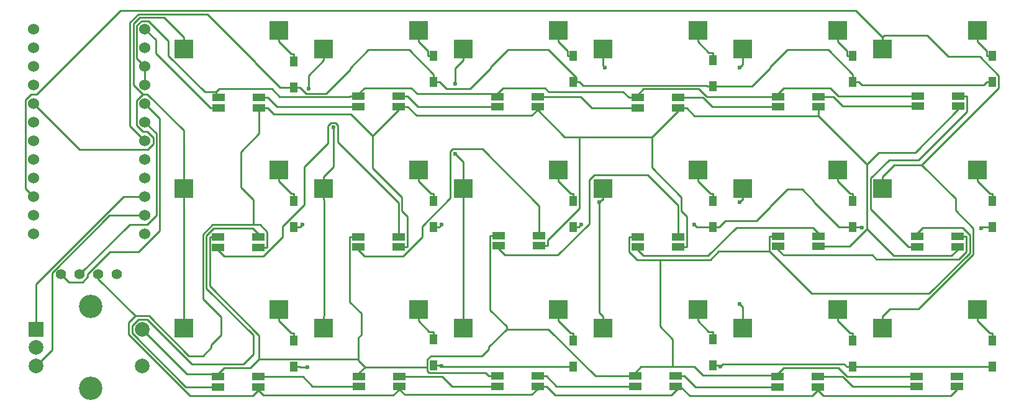
<source format=gbl>
G04 #@! TF.GenerationSoftware,KiCad,Pcbnew,(6.0.5)*
G04 #@! TF.CreationDate,2022-06-04T00:44:28+02:00*
G04 #@! TF.ProjectId,cheap_deck,63686561-705f-4646-9563-6b2e6b696361,3.0.1*
G04 #@! TF.SameCoordinates,Original*
G04 #@! TF.FileFunction,Copper,L2,Bot*
G04 #@! TF.FilePolarity,Positive*
%FSLAX46Y46*%
G04 Gerber Fmt 4.6, Leading zero omitted, Abs format (unit mm)*
G04 Created by KiCad (PCBNEW (6.0.5)) date 2022-06-04 00:44:28*
%MOMM*%
%LPD*%
G01*
G04 APERTURE LIST*
G04 #@! TA.AperFunction,SMDPad,CuDef*
%ADD10R,2.550000X2.500000*%
G04 #@! TD*
G04 #@! TA.AperFunction,ComponentPad*
%ADD11C,1.524000*%
G04 #@! TD*
G04 #@! TA.AperFunction,ComponentPad*
%ADD12C,1.397000*%
G04 #@! TD*
G04 #@! TA.AperFunction,ComponentPad*
%ADD13C,2.000000*%
G04 #@! TD*
G04 #@! TA.AperFunction,ComponentPad*
%ADD14C,3.200000*%
G04 #@! TD*
G04 #@! TA.AperFunction,ComponentPad*
%ADD15R,2.000000X2.000000*%
G04 #@! TD*
G04 #@! TA.AperFunction,SMDPad,CuDef*
%ADD16R,1.000000X1.400000*%
G04 #@! TD*
G04 #@! TA.AperFunction,SMDPad,CuDef*
%ADD17R,1.700000X1.000000*%
G04 #@! TD*
G04 #@! TA.AperFunction,ViaPad*
%ADD18C,0.600000*%
G04 #@! TD*
G04 #@! TA.AperFunction,Conductor*
%ADD19C,0.250000*%
G04 #@! TD*
G04 APERTURE END LIST*
D10*
X93985000Y-37902500D03*
X106912000Y-35362500D03*
X113035000Y-37902500D03*
X125962000Y-35362500D03*
X132085000Y-37902500D03*
X145012000Y-35362500D03*
X151135000Y-37902500D03*
X164062000Y-35362500D03*
X170185000Y-37902500D03*
X183112000Y-35362500D03*
X93985000Y-56952500D03*
X106912000Y-54412500D03*
X132085000Y-56952500D03*
X145012000Y-54412500D03*
X151135000Y-56952500D03*
X164062000Y-54412500D03*
X170185000Y-56952500D03*
X183112000Y-54412500D03*
X189235000Y-56952500D03*
X202162000Y-54412500D03*
X93985000Y-76002500D03*
X106912000Y-73462500D03*
X113035000Y-76002500D03*
X125962000Y-73462500D03*
X132085000Y-76002500D03*
X145012000Y-73462500D03*
X151135000Y-76002500D03*
X164062000Y-73462500D03*
X170185000Y-76002500D03*
X183112000Y-73462500D03*
D11*
X88695000Y-35223800D03*
X88695000Y-37763800D03*
X88695000Y-40303800D03*
X88695000Y-42843800D03*
X88695000Y-45383800D03*
X88695000Y-47923800D03*
X88695000Y-50463800D03*
X88695000Y-53003800D03*
X88695000Y-55543800D03*
X88695000Y-58083800D03*
X88695000Y-60623800D03*
X88695000Y-63163800D03*
X73475000Y-63163800D03*
X73475000Y-60623800D03*
X73475000Y-58083800D03*
X73475000Y-55543800D03*
X73475000Y-53003800D03*
X73475000Y-50463800D03*
X73475000Y-47923800D03*
X73475000Y-45383800D03*
X73475000Y-42843800D03*
X73475000Y-40303800D03*
X73475000Y-37763800D03*
X73475000Y-35223800D03*
D10*
X113035000Y-56952500D03*
X125962000Y-54412500D03*
X189235000Y-76002500D03*
X202162000Y-73462500D03*
X189235000Y-37902500D03*
X202162000Y-35362500D03*
D12*
X77257500Y-68700000D03*
X79797500Y-68700000D03*
X82337500Y-68700000D03*
X84877500Y-68700000D03*
D13*
X88317500Y-76182400D03*
X88317500Y-81182400D03*
D14*
X81317500Y-84282400D03*
X81317500Y-73082400D03*
D13*
X73817500Y-78682400D03*
X73817500Y-81182400D03*
D15*
X73817500Y-76182400D03*
D16*
X109007500Y-43198700D03*
X109007500Y-39648700D03*
X128057500Y-42405000D03*
X128057500Y-38855000D03*
X147107500Y-42405000D03*
X147107500Y-38855000D03*
X166157500Y-43011200D03*
X166157500Y-39461200D03*
X185207500Y-42405000D03*
X185207500Y-38855000D03*
X204257500Y-42405000D03*
X204257500Y-38855000D03*
X109007500Y-62248700D03*
X109007500Y-58698700D03*
X128057500Y-62248700D03*
X128057500Y-58698700D03*
X147107500Y-62248700D03*
X147107500Y-58698700D03*
X166157500Y-62248700D03*
X166157500Y-58698700D03*
X185207500Y-62248700D03*
X185207500Y-58698700D03*
X204257500Y-62248700D03*
X204257500Y-58698700D03*
X109007500Y-81298700D03*
X109007500Y-77748700D03*
X128057500Y-81111200D03*
X128057500Y-77561200D03*
X147107500Y-81298700D03*
X147107500Y-77748700D03*
X166157500Y-81111200D03*
X166157500Y-77561200D03*
X185207500Y-81298700D03*
X185207500Y-77748700D03*
X204257500Y-81298700D03*
X204257500Y-77748700D03*
D17*
X161052100Y-83965400D03*
X161052100Y-82565400D03*
X155552100Y-82565400D03*
X155552100Y-83965400D03*
X142230700Y-83965400D03*
X142230700Y-82565400D03*
X136730700Y-82565400D03*
X136730700Y-83965400D03*
X142433900Y-64813800D03*
X142433900Y-63413800D03*
X136933900Y-63413800D03*
X136933900Y-64813800D03*
X161376400Y-64955000D03*
X161376400Y-63555000D03*
X155876400Y-63555000D03*
X155876400Y-64955000D03*
X161356900Y-45967000D03*
X161356900Y-44567000D03*
X155856900Y-44567000D03*
X155856900Y-45967000D03*
X142230700Y-45852700D03*
X142230700Y-44452700D03*
X136730700Y-44452700D03*
X136730700Y-45852700D03*
X180470400Y-84054300D03*
X180470400Y-82654300D03*
X174970400Y-82654300D03*
X174970400Y-84054300D03*
X123378000Y-84005000D03*
X123378000Y-82605000D03*
X117878000Y-82605000D03*
X117878000Y-84005000D03*
X123295000Y-64978900D03*
X123295000Y-63578900D03*
X117795000Y-63578900D03*
X117795000Y-64978900D03*
X180521200Y-64902700D03*
X180521200Y-63502700D03*
X175021200Y-63502700D03*
X175021200Y-64902700D03*
X180508500Y-45852700D03*
X180508500Y-44452700D03*
X175008500Y-44452700D03*
X175008500Y-45852700D03*
X123320400Y-45814600D03*
X123320400Y-44414600D03*
X117820400Y-44414600D03*
X117820400Y-45814600D03*
X199406100Y-84016200D03*
X199406100Y-82616200D03*
X193906100Y-82616200D03*
X193906100Y-84016200D03*
X104156100Y-84079700D03*
X104156100Y-82679700D03*
X98656100Y-82679700D03*
X98656100Y-84079700D03*
X104181500Y-65007300D03*
X104181500Y-63607300D03*
X98681500Y-63607300D03*
X98681500Y-65007300D03*
X199456900Y-64931100D03*
X199456900Y-63531100D03*
X193956900Y-63531100D03*
X193956900Y-64931100D03*
X199565300Y-45765300D03*
X199565300Y-44365300D03*
X194065300Y-44365300D03*
X194065300Y-45765300D03*
X104270400Y-45967000D03*
X104270400Y-44567000D03*
X98770400Y-44567000D03*
X98770400Y-45967000D03*
D18*
X169803400Y-72753200D03*
X169782900Y-58847300D03*
X169782900Y-40481600D03*
X151392600Y-40481600D03*
X150629900Y-58847300D03*
X130984200Y-42693600D03*
X130984200Y-52226700D03*
X114357700Y-48637300D03*
X110972700Y-43353900D03*
X129091000Y-81179300D03*
X167172400Y-81274600D03*
X110843200Y-81337600D03*
X148147300Y-61893700D03*
X129161000Y-61893700D03*
X110187800Y-61893700D03*
X202737100Y-62384600D03*
X186428500Y-62311300D03*
X163570800Y-61893700D03*
D19*
X163716300Y-84054300D02*
X174970400Y-84054300D01*
X162227400Y-82565400D02*
X163716300Y-84054300D01*
X161052100Y-82565400D02*
X162227400Y-82565400D01*
X94282300Y-84079700D02*
X98656100Y-84079700D01*
X86943200Y-76740600D02*
X94282300Y-84079700D01*
X86943200Y-75669100D02*
X86943200Y-76740600D01*
X87774400Y-74837900D02*
X86943200Y-75669100D01*
X89002200Y-74837900D02*
X87774400Y-74837900D01*
X95082200Y-80917900D02*
X89002200Y-74837900D01*
X102094200Y-80917900D02*
X95082200Y-80917900D01*
X103449200Y-79562900D02*
X102094200Y-80917900D01*
X103449200Y-76994300D02*
X103449200Y-79562900D01*
X97055800Y-70600900D02*
X103449200Y-76994300D01*
X97055800Y-63414400D02*
X97055800Y-70600900D01*
X98070300Y-62399900D02*
X97055800Y-63414400D01*
X103388100Y-62399900D02*
X98070300Y-62399900D01*
X104181500Y-63193300D02*
X103388100Y-62399900D01*
X104181500Y-63607300D02*
X104181500Y-63193300D01*
X155876400Y-65391800D02*
X155876400Y-64955000D01*
X156648400Y-66163800D02*
X155876400Y-65391800D01*
X165427900Y-66163800D02*
X156648400Y-66163800D01*
X169301500Y-62290200D02*
X165427900Y-66163800D01*
X179724400Y-62290200D02*
X169301500Y-62290200D01*
X180521200Y-63087000D02*
X179724400Y-62290200D01*
X180521200Y-63502700D02*
X180521200Y-63087000D01*
X199456900Y-63531100D02*
X200632200Y-63531100D01*
X175021200Y-65342900D02*
X175021200Y-64902700D01*
X175764200Y-66085900D02*
X175021200Y-65342900D01*
X187912600Y-66085900D02*
X175764200Y-66085900D01*
X188433100Y-66606400D02*
X187912600Y-66085900D01*
X199633800Y-66606400D02*
X188433100Y-66606400D01*
X200632200Y-65608000D02*
X199633800Y-66606400D01*
X200632200Y-63531100D02*
X200632200Y-65608000D01*
X187634600Y-59784100D02*
X192781600Y-64931100D01*
X187634600Y-55567800D02*
X187634600Y-59784100D01*
X190143400Y-53059000D02*
X187634600Y-55567800D01*
X194140400Y-53059000D02*
X190143400Y-53059000D01*
X200740600Y-46458800D02*
X194140400Y-53059000D01*
X200740600Y-44365300D02*
X200740600Y-46458800D01*
X199565300Y-44365300D02*
X200740600Y-44365300D01*
X193956900Y-64931100D02*
X192781600Y-64931100D01*
X149607700Y-45967000D02*
X155856900Y-45967000D01*
X148093400Y-44452700D02*
X149607700Y-45967000D01*
X142230700Y-44452700D02*
X148093400Y-44452700D01*
X125933800Y-45852700D02*
X136730700Y-45852700D01*
X124495700Y-44414600D02*
X125933800Y-45852700D01*
X123320400Y-44414600D02*
X124495700Y-44414600D01*
X161356900Y-45967000D02*
X162532200Y-45967000D01*
X142433900Y-64813800D02*
X143609200Y-64813800D01*
X123320400Y-45814600D02*
X124495700Y-45814600D01*
X161052100Y-83965400D02*
X161639800Y-83965400D01*
X142230700Y-83965400D02*
X143406000Y-83965400D01*
X147938800Y-59707600D02*
X147938800Y-49922700D01*
X143609200Y-64037200D02*
X147938800Y-59707600D01*
X143609200Y-64813800D02*
X143609200Y-64037200D01*
X145931000Y-49922700D02*
X147938800Y-49922700D01*
X142230700Y-46222400D02*
X145931000Y-49922700D01*
X141420100Y-47033000D02*
X142230700Y-46222400D01*
X125714100Y-47033000D02*
X141420100Y-47033000D01*
X124495700Y-45814600D02*
X125714100Y-47033000D01*
X142230700Y-46222400D02*
X142230700Y-45852700D01*
X180521200Y-64902700D02*
X181696500Y-64902700D01*
X104181500Y-65007300D02*
X105356800Y-65007300D01*
X123295000Y-64978900D02*
X124470300Y-64978900D01*
X124139000Y-85140800D02*
X123378000Y-84379800D01*
X141415700Y-85140800D02*
X124139000Y-85140800D01*
X142230700Y-84325800D02*
X141415700Y-85140800D01*
X142230700Y-83965400D02*
X142230700Y-84325800D01*
X123378000Y-84379800D02*
X123378000Y-84005000D01*
X104270400Y-45967000D02*
X105445700Y-45967000D01*
X123320400Y-46209300D02*
X123320400Y-45814600D01*
X119758900Y-49770800D02*
X123320400Y-46209300D01*
X119758900Y-54162300D02*
X119758900Y-49770800D01*
X123745400Y-58148800D02*
X119758900Y-54162300D01*
X123745400Y-60042900D02*
X123745400Y-58148800D01*
X124470300Y-60767800D02*
X123745400Y-60042900D01*
X124470300Y-64978900D02*
X124470300Y-60767800D01*
X106271000Y-46792300D02*
X105445700Y-45967000D01*
X116780400Y-46792300D02*
X106271000Y-46792300D01*
X119758900Y-49770800D02*
X116780400Y-46792300D01*
X144621000Y-85180400D02*
X143406000Y-83965400D01*
X160424800Y-85180400D02*
X144621000Y-85180400D01*
X161639800Y-83965400D02*
X160424800Y-85180400D01*
X181199100Y-85229700D02*
X180470400Y-84501000D01*
X198565400Y-85229700D02*
X181199100Y-85229700D01*
X199406100Y-84389000D02*
X198565400Y-85229700D01*
X199406100Y-84016200D02*
X199406100Y-84389000D01*
X179691900Y-85279500D02*
X180470400Y-84501000D01*
X162953900Y-85279500D02*
X179691900Y-85279500D01*
X161639800Y-83965400D02*
X162953900Y-85279500D01*
X180470400Y-84501000D02*
X180470400Y-84054300D01*
X163618300Y-47053100D02*
X162532200Y-45967000D01*
X180508500Y-47053100D02*
X163618300Y-47053100D01*
X180508500Y-45852700D02*
X180508500Y-47053100D01*
X184721500Y-64902700D02*
X187120600Y-62503600D01*
X181696500Y-64902700D02*
X184721500Y-64902700D01*
X199456900Y-65357000D02*
X199456900Y-64931100D01*
X198667200Y-66146700D02*
X199456900Y-65357000D01*
X190763700Y-66146700D02*
X198667200Y-66146700D01*
X187120600Y-62503600D02*
X190763700Y-66146700D01*
X188722300Y-52063500D02*
X187120600Y-53665200D01*
X193686800Y-52063500D02*
X188722300Y-52063500D01*
X199565300Y-46185000D02*
X193686800Y-52063500D01*
X199565300Y-45765300D02*
X199565300Y-46185000D01*
X180508500Y-47053100D02*
X187120600Y-53665200D01*
X187120600Y-53665200D02*
X187120600Y-62503600D01*
X161376400Y-64955000D02*
X162551700Y-64955000D01*
X162551700Y-60767800D02*
X162551700Y-64955000D01*
X161826800Y-60042900D02*
X162551700Y-60767800D01*
X161826800Y-58133800D02*
X161826800Y-60042900D01*
X157831200Y-54138200D02*
X161826800Y-58133800D01*
X157831200Y-49922700D02*
X157831200Y-54138200D01*
X147938800Y-49922700D02*
X157831200Y-49922700D01*
X161356900Y-46397000D02*
X161356900Y-45967000D01*
X157831200Y-49922700D02*
X161356900Y-46397000D01*
X103469300Y-58531400D02*
X103469300Y-61917600D01*
X101738600Y-56800700D02*
X103469300Y-58531400D01*
X101738600Y-51974900D02*
X101738600Y-56800700D01*
X104270400Y-49443100D02*
X101738600Y-51974900D01*
X104270400Y-45967000D02*
X104270400Y-49443100D01*
X104828900Y-85197200D02*
X104156100Y-84524400D01*
X122560600Y-85197200D02*
X104828900Y-85197200D01*
X123378000Y-84379800D02*
X122560600Y-85197200D01*
X104156100Y-84524400D02*
X104156100Y-84079700D01*
X104375900Y-61917600D02*
X103469300Y-61917600D01*
X105356800Y-62898500D02*
X104375900Y-61917600D01*
X105356800Y-65007300D02*
X105356800Y-62898500D01*
X82337500Y-69331600D02*
X82337500Y-68700000D01*
X87393500Y-74387600D02*
X82337500Y-69331600D01*
X89227300Y-74387600D02*
X87393500Y-74387600D01*
X94657600Y-79817900D02*
X89227300Y-74387600D01*
X96611200Y-79817900D02*
X94657600Y-79817900D01*
X97752300Y-78676800D02*
X96611200Y-79817900D01*
X97752300Y-78296300D02*
X97752300Y-78676800D01*
X99089800Y-76958800D02*
X97752300Y-78296300D01*
X99089800Y-74547100D02*
X99089800Y-76958800D01*
X96605500Y-72062800D02*
X99089800Y-74547100D01*
X96605500Y-63227800D02*
X96605500Y-72062800D01*
X97915700Y-61917600D02*
X96605500Y-63227800D01*
X103469300Y-61917600D02*
X97915700Y-61917600D01*
X103425400Y-85255100D02*
X104156100Y-84524400D01*
X94820800Y-85255100D02*
X103425400Y-85255100D01*
X86492900Y-76927200D02*
X94820800Y-85255100D01*
X86492900Y-75288200D02*
X86492900Y-76927200D01*
X87393500Y-74387600D02*
X86492900Y-75288200D01*
X144806000Y-83965400D02*
X155552100Y-83965400D01*
X143406000Y-82565400D02*
X144806000Y-83965400D01*
X142230700Y-82565400D02*
X143406000Y-82565400D01*
X182547300Y-44452700D02*
X180508500Y-44452700D01*
X183859900Y-45765300D02*
X182547300Y-44452700D01*
X194065300Y-45765300D02*
X183859900Y-45765300D01*
X164757500Y-44567000D02*
X161356900Y-44567000D01*
X166043200Y-45852700D02*
X164757500Y-44567000D01*
X175008500Y-45852700D02*
X166043200Y-45852700D01*
X185169400Y-84016200D02*
X193906100Y-84016200D01*
X183807500Y-82654300D02*
X185169400Y-84016200D01*
X180470400Y-82654300D02*
X183807500Y-82654300D01*
X111557300Y-84005000D02*
X117878000Y-84005000D01*
X110232000Y-82679700D02*
X111557300Y-84005000D01*
X104156100Y-82679700D02*
X110232000Y-82679700D01*
X123295000Y-58941200D02*
X123295000Y-63578900D01*
X114983100Y-50629300D02*
X123295000Y-58941200D01*
X114983100Y-48355700D02*
X114983100Y-50629300D01*
X114639200Y-48011800D02*
X114983100Y-48355700D01*
X114044600Y-48011800D02*
X114639200Y-48011800D01*
X113589600Y-48466800D02*
X114044600Y-48011800D01*
X113589600Y-50849700D02*
X113589600Y-48466800D01*
X110380300Y-54059000D02*
X113589600Y-50849700D01*
X110380300Y-59172000D02*
X110380300Y-54059000D01*
X107425400Y-62126900D02*
X110380300Y-59172000D01*
X107425400Y-63610200D02*
X107425400Y-62126900D01*
X104820500Y-66215100D02*
X107425400Y-63610200D01*
X99506700Y-66215100D02*
X104820500Y-66215100D01*
X98681500Y-65389900D02*
X99506700Y-66215100D01*
X98681500Y-65007300D02*
X98681500Y-65389900D01*
X161376400Y-59270200D02*
X161376400Y-63555000D01*
X157199800Y-55093600D02*
X161376400Y-59270200D01*
X149930100Y-55093600D02*
X157199800Y-55093600D01*
X149236500Y-55787200D02*
X149930100Y-55093600D01*
X149236500Y-61788200D02*
X149236500Y-55787200D01*
X144990800Y-66033900D02*
X149236500Y-61788200D01*
X137791000Y-66033900D02*
X144990800Y-66033900D01*
X136933900Y-65176800D02*
X137791000Y-66033900D01*
X136933900Y-64813800D02*
X136933900Y-65176800D01*
X130599000Y-83965400D02*
X136730700Y-83965400D01*
X129238600Y-82605000D02*
X130599000Y-83965400D01*
X123378000Y-82605000D02*
X129238600Y-82605000D01*
X142433900Y-59319600D02*
X142433900Y-63413800D01*
X134706500Y-51592200D02*
X142433900Y-59319600D01*
X130673300Y-51592200D02*
X134706500Y-51592200D01*
X130336800Y-51928700D02*
X130673300Y-51592200D01*
X130336800Y-58265500D02*
X130336800Y-51928700D01*
X126475400Y-62126900D02*
X130336800Y-58265500D01*
X126475400Y-63620100D02*
X126475400Y-62126900D01*
X123899100Y-66196400D02*
X126475400Y-63620100D01*
X118629800Y-66196400D02*
X123899100Y-66196400D01*
X117795000Y-65361600D02*
X118629800Y-66196400D01*
X117795000Y-64978900D02*
X117795000Y-65361600D01*
X104270400Y-44567000D02*
X105445700Y-44567000D01*
X117820400Y-45814600D02*
X116645100Y-45814600D01*
X106693300Y-45814600D02*
X105445700Y-44567000D01*
X116645100Y-45814600D02*
X106693300Y-45814600D01*
X83857300Y-60623800D02*
X88695000Y-60623800D01*
X76015500Y-68465600D02*
X83857300Y-60623800D01*
X76015500Y-78984400D02*
X76015500Y-68465600D01*
X73817500Y-81182400D02*
X76015500Y-78984400D01*
X85751100Y-58083800D02*
X88695000Y-58083800D01*
X73817500Y-70017400D02*
X85751100Y-58083800D01*
X73817500Y-76182400D02*
X73817500Y-70017400D01*
X78297100Y-69739600D02*
X77257500Y-68700000D01*
X80206000Y-69739600D02*
X78297100Y-69739600D01*
X80908200Y-69037400D02*
X80206000Y-69739600D01*
X80908200Y-68633900D02*
X80908200Y-69037400D01*
X83943200Y-65598900D02*
X80908200Y-68633900D01*
X87846900Y-65598900D02*
X83943200Y-65598900D01*
X90711200Y-62734600D02*
X87846900Y-65598900D01*
X90711200Y-47400000D02*
X90711200Y-62734600D01*
X88695000Y-45383800D02*
X90711200Y-47400000D01*
X86603700Y-61893800D02*
X79797500Y-68700000D01*
X88987800Y-61893800D02*
X86603700Y-61893800D01*
X90255100Y-60626500D02*
X88987800Y-61893800D01*
X90255100Y-49483900D02*
X90255100Y-60626500D01*
X88695000Y-47923800D02*
X90255100Y-49483900D01*
X90147600Y-36676400D02*
X88695000Y-35223800D01*
X90147600Y-38519500D02*
X90147600Y-36676400D01*
X97595100Y-45967000D02*
X90147600Y-38519500D01*
X98770400Y-45967000D02*
X97595100Y-45967000D01*
X189235000Y-56952500D02*
X189235000Y-55377200D01*
X190850000Y-53762200D02*
X194588300Y-53762200D01*
X189235000Y-55377200D02*
X190850000Y-53762200D01*
X190226000Y-73436200D02*
X189235000Y-74427200D01*
X194128000Y-73436200D02*
X190226000Y-73436200D01*
X201591700Y-65972500D02*
X194128000Y-73436200D01*
X201591700Y-62382000D02*
X201591700Y-65972500D01*
X199189400Y-59979700D02*
X201591700Y-62382000D01*
X199189400Y-58363300D02*
X199189400Y-59979700D01*
X194588300Y-53762200D02*
X199189400Y-58363300D01*
X189235000Y-76002500D02*
X189235000Y-74427200D01*
X189235000Y-37902500D02*
X189235000Y-36327200D01*
X205082900Y-43267600D02*
X194588300Y-53762200D01*
X205082900Y-41558300D02*
X205082900Y-43267600D01*
X202516300Y-38991700D02*
X205082900Y-41558300D01*
X198228600Y-38991700D02*
X202516300Y-38991700D01*
X195310700Y-36073800D02*
X198228600Y-38991700D01*
X189488400Y-36073800D02*
X195310700Y-36073800D01*
X189235000Y-36327200D02*
X189488400Y-36073800D01*
X72377400Y-56986200D02*
X73475000Y-58083800D01*
X72377400Y-44894700D02*
X72377400Y-56986200D01*
X73158300Y-44113800D02*
X72377400Y-44894700D01*
X73929200Y-44113800D02*
X73158300Y-44113800D01*
X85320300Y-32722700D02*
X73929200Y-44113800D01*
X185630500Y-32722700D02*
X85320300Y-32722700D01*
X189235000Y-36327200D02*
X185630500Y-32722700D01*
X170185000Y-73134800D02*
X170185000Y-76002500D01*
X169803400Y-72753200D02*
X170185000Y-73134800D01*
X170102400Y-58527800D02*
X170185000Y-58527800D01*
X169782900Y-58847300D02*
X170102400Y-58527800D01*
X170185000Y-56952500D02*
X170185000Y-58527800D01*
X170185000Y-40079500D02*
X170185000Y-37902500D01*
X169782900Y-40481600D02*
X170185000Y-40079500D01*
X151135000Y-40224000D02*
X151135000Y-37902500D01*
X151392600Y-40481600D02*
X151135000Y-40224000D01*
X151135000Y-56952500D02*
X151135000Y-58527800D01*
X151135000Y-76002500D02*
X151135000Y-74427200D01*
X150629900Y-73922100D02*
X151135000Y-74427200D01*
X150629900Y-58847300D02*
X150629900Y-73922100D01*
X150949400Y-58527800D02*
X151135000Y-58527800D01*
X150629900Y-58847300D02*
X150949400Y-58527800D01*
X132085000Y-37902500D02*
X132085000Y-39477800D01*
X130984200Y-40578600D02*
X130984200Y-42693600D01*
X132085000Y-39477800D02*
X130984200Y-40578600D01*
X132085000Y-76002500D02*
X132085000Y-74427200D01*
X132085000Y-53327500D02*
X130984200Y-52226700D01*
X132085000Y-56952500D02*
X132085000Y-53327500D01*
X132085000Y-56952500D02*
X132085000Y-74427200D01*
X113035000Y-76002500D02*
X113035000Y-74427200D01*
X113110700Y-74351500D02*
X113035000Y-74427200D01*
X113110700Y-58603500D02*
X113110700Y-74351500D01*
X113035000Y-58527800D02*
X113110700Y-58603500D01*
X113035000Y-56952500D02*
X113035000Y-58527800D01*
X113035000Y-56952500D02*
X113035000Y-55377200D01*
X114357700Y-54054500D02*
X114357700Y-48637300D01*
X113035000Y-55377200D02*
X114357700Y-54054500D01*
X113035000Y-37902500D02*
X113035000Y-39477800D01*
X110972700Y-41540100D02*
X110972700Y-43353900D01*
X113035000Y-39477800D02*
X110972700Y-41540100D01*
X93985000Y-37902500D02*
X93985000Y-36327200D01*
X87585200Y-44935800D02*
X88407200Y-44113800D01*
X87585200Y-48369500D02*
X87585200Y-44935800D01*
X88409500Y-49193800D02*
X87585200Y-48369500D01*
X88988800Y-49193800D02*
X88409500Y-49193800D01*
X89804800Y-50009800D02*
X88988800Y-49193800D01*
X89804800Y-50934200D02*
X89804800Y-50009800D01*
X89105200Y-51633800D02*
X89804800Y-50934200D01*
X79725000Y-51633800D02*
X89105200Y-51633800D01*
X73475000Y-45383800D02*
X79725000Y-51633800D01*
X91319800Y-33662000D02*
X93985000Y-36327200D01*
X87971300Y-33662000D02*
X91319800Y-33662000D01*
X87126000Y-34507300D02*
X87971300Y-33662000D01*
X87126000Y-42832600D02*
X87126000Y-34507300D01*
X88407200Y-44113800D02*
X87126000Y-42832600D01*
X93985000Y-76002500D02*
X93985000Y-74427200D01*
X93985000Y-49072600D02*
X93985000Y-56952500D01*
X89026200Y-44113800D02*
X93985000Y-49072600D01*
X88407200Y-44113800D02*
X89026200Y-44113800D01*
X93985000Y-56952500D02*
X93985000Y-74427200D01*
X136933900Y-63413800D02*
X135758600Y-63413800D01*
X194065300Y-44365300D02*
X192890000Y-44365300D01*
X136730700Y-82565400D02*
X135555400Y-82565400D01*
X165280100Y-44452700D02*
X175008500Y-44452700D01*
X164219000Y-43391600D02*
X165280100Y-44452700D01*
X156652100Y-43391600D02*
X164219000Y-43391600D01*
X155856900Y-44186800D02*
X156652100Y-43391600D01*
X155856900Y-44567000D02*
X155856900Y-44186800D01*
X155856900Y-44567000D02*
X154681600Y-44567000D01*
X88695000Y-42843800D02*
X88695000Y-40303800D01*
X127208900Y-81923300D02*
X127208900Y-81361100D01*
X127422100Y-82136500D02*
X127208900Y-81923300D01*
X135126500Y-82136500D02*
X127422100Y-82136500D01*
X135555400Y-82565400D02*
X135126500Y-82136500D01*
X117795000Y-63578900D02*
X116619700Y-63578900D01*
X127208900Y-81361100D02*
X118687600Y-81361100D01*
X117878000Y-82170700D02*
X117878000Y-82605000D01*
X118687600Y-81361100D02*
X117878000Y-82170700D01*
X175008500Y-44036500D02*
X175008500Y-44452700D01*
X175804400Y-43240600D02*
X175008500Y-44036500D01*
X182104000Y-43240600D02*
X175804400Y-43240600D01*
X183228700Y-44365300D02*
X182104000Y-43240600D01*
X192890000Y-44365300D02*
X183228700Y-44365300D01*
X175021200Y-63502700D02*
X173845900Y-63502700D01*
X135555400Y-78593200D02*
X137981500Y-76167100D01*
X135555400Y-78901900D02*
X135555400Y-78593200D01*
X134629700Y-79827600D02*
X135555400Y-78901900D01*
X127664100Y-79827600D02*
X134629700Y-79827600D01*
X127208900Y-80282800D02*
X127664100Y-79827600D01*
X127208900Y-81361100D02*
X127208900Y-80282800D01*
X135758600Y-73599200D02*
X135758600Y-63413800D01*
X137981500Y-75822100D02*
X135758600Y-73599200D01*
X137981500Y-76167100D02*
X137981500Y-75822100D01*
X155552100Y-82565400D02*
X154376800Y-82565400D01*
X150091000Y-82565400D02*
X154376800Y-82565400D01*
X143692700Y-76167100D02*
X150091000Y-82565400D01*
X137981500Y-76167100D02*
X143692700Y-76167100D01*
X155876400Y-63555000D02*
X154701100Y-63555000D01*
X155552100Y-82097300D02*
X155552100Y-82565400D01*
X156332400Y-81317000D02*
X155552100Y-82097300D01*
X160610000Y-81317000D02*
X156332400Y-81317000D01*
X173845900Y-63502700D02*
X173845900Y-65544000D01*
X158910600Y-75825200D02*
X158910600Y-66684500D01*
X160610000Y-77524600D02*
X158910600Y-75825200D01*
X160610000Y-81317000D02*
X160610000Y-77524600D01*
X155776800Y-66684500D02*
X158910600Y-66684500D01*
X154701100Y-65608800D02*
X155776800Y-66684500D01*
X154701100Y-63555000D02*
X154701100Y-65608800D01*
X166906000Y-65544000D02*
X173845900Y-65544000D01*
X165765500Y-66684500D02*
X166906000Y-65544000D01*
X158910600Y-66684500D02*
X165765500Y-66684500D01*
X174970400Y-82654300D02*
X174787600Y-82471500D01*
X163604700Y-81317000D02*
X160610000Y-81317000D01*
X164759200Y-82471500D02*
X163604700Y-81317000D01*
X174787600Y-82471500D02*
X164759200Y-82471500D01*
X184406300Y-82616200D02*
X193906100Y-82616200D01*
X183233500Y-81443400D02*
X184406300Y-82616200D01*
X175815700Y-81443400D02*
X183233500Y-81443400D01*
X174787600Y-82471500D02*
X175815700Y-81443400D01*
X179609500Y-71307600D02*
X173845900Y-65544000D01*
X195619700Y-71307600D02*
X179609500Y-71307600D01*
X201138000Y-65789300D02*
X195619700Y-71307600D01*
X201138000Y-63353400D02*
X201138000Y-65789300D01*
X200119600Y-62335000D02*
X201138000Y-63353400D01*
X194711100Y-62335000D02*
X200119600Y-62335000D01*
X193956900Y-63089200D02*
X194711100Y-62335000D01*
X193956900Y-63531100D02*
X193956900Y-63089200D01*
X117820400Y-44414600D02*
X116645100Y-44414600D01*
X96864700Y-43805000D02*
X98390100Y-43805000D01*
X91904500Y-38844800D02*
X96864700Y-43805000D01*
X91904500Y-36825700D02*
X91904500Y-38844800D01*
X89191100Y-34112300D02*
X91904500Y-36825700D01*
X88205000Y-34112300D02*
X89191100Y-34112300D01*
X87590100Y-34727200D02*
X88205000Y-34112300D01*
X87590100Y-39198900D02*
X87590100Y-34727200D01*
X88695000Y-40303800D02*
X87590100Y-39198900D01*
X98390100Y-44186700D02*
X98390100Y-43805000D01*
X98770400Y-44567000D02*
X98390100Y-44186700D01*
X116590100Y-44469600D02*
X116645100Y-44414600D01*
X107059500Y-44469600D02*
X116590100Y-44469600D01*
X105981100Y-43391200D02*
X107059500Y-44469600D01*
X98803900Y-43391200D02*
X105981100Y-43391200D01*
X98390100Y-43805000D02*
X98803900Y-43391200D01*
X117820500Y-44414600D02*
X117820400Y-44414600D01*
X117820500Y-44046000D02*
X117820500Y-44414600D01*
X118634500Y-43232000D02*
X117820500Y-44046000D01*
X124959700Y-43232000D02*
X118634500Y-43232000D01*
X125800200Y-44072500D02*
X124959700Y-43232000D01*
X136730700Y-44072500D02*
X125800200Y-44072500D01*
X137549400Y-43253800D02*
X136730700Y-44072500D01*
X143229500Y-43253800D02*
X137549400Y-43253800D01*
X143717400Y-43741700D02*
X143229500Y-43253800D01*
X153856300Y-43741700D02*
X143717400Y-43741700D01*
X154681600Y-44567000D02*
X153856300Y-43741700D01*
X136730700Y-44072500D02*
X136730700Y-44452700D01*
X117742200Y-77356400D02*
X117742200Y-80261900D01*
X118183200Y-76915400D02*
X117742200Y-77356400D01*
X118183200Y-74017300D02*
X118183200Y-76915400D01*
X116619700Y-72453800D02*
X118183200Y-74017300D01*
X116619700Y-63578900D02*
X116619700Y-72453800D01*
X117742200Y-80415700D02*
X118687600Y-81361100D01*
X117742200Y-80261900D02*
X117742200Y-80415700D01*
X104241500Y-80261900D02*
X117742200Y-80261900D01*
X98681500Y-63607300D02*
X97506200Y-63607300D01*
X98656100Y-82679700D02*
X98656100Y-82283900D01*
X103067200Y-81436200D02*
X104241500Y-80261900D01*
X99503800Y-81436200D02*
X103067200Y-81436200D01*
X98656100Y-82283900D02*
X99503800Y-81436200D01*
X97506200Y-70297100D02*
X97506200Y-63607300D01*
X104241500Y-77032400D02*
X97506200Y-70297100D01*
X104241500Y-80261900D02*
X104241500Y-77032400D01*
X94419000Y-82283900D02*
X88317500Y-76182400D01*
X98656100Y-82283900D02*
X94419000Y-82283900D01*
X203847600Y-76723400D02*
X202162000Y-75037800D01*
X204257500Y-76723400D02*
X203847600Y-76723400D01*
X202162000Y-73462500D02*
X202162000Y-75037800D01*
X204257500Y-77748700D02*
X204257500Y-76723400D01*
X184797600Y-76723400D02*
X183112000Y-75037800D01*
X185207500Y-76723400D02*
X184797600Y-76723400D01*
X183112000Y-73462500D02*
X183112000Y-75037800D01*
X185207500Y-77748700D02*
X185207500Y-76723400D01*
X165560100Y-76535900D02*
X164062000Y-75037800D01*
X166157500Y-76535900D02*
X165560100Y-76535900D01*
X164062000Y-73462500D02*
X164062000Y-75037800D01*
X166157500Y-77561200D02*
X166157500Y-76535900D01*
X146697600Y-76723400D02*
X145012000Y-75037800D01*
X147107500Y-76723400D02*
X146697600Y-76723400D01*
X145012000Y-73462500D02*
X145012000Y-75037800D01*
X147107500Y-77748700D02*
X147107500Y-76723400D01*
X127460100Y-76535900D02*
X125962000Y-75037800D01*
X128057500Y-76535900D02*
X127460100Y-76535900D01*
X125962000Y-73462500D02*
X125962000Y-75037800D01*
X128057500Y-77561200D02*
X128057500Y-76535900D01*
X108597600Y-76723400D02*
X106912000Y-75037800D01*
X109007500Y-76723400D02*
X108597600Y-76723400D01*
X106912000Y-73462500D02*
X106912000Y-75037800D01*
X109007500Y-77748700D02*
X109007500Y-76723400D01*
X203847600Y-57673400D02*
X202162000Y-55987800D01*
X204257500Y-57673400D02*
X203847600Y-57673400D01*
X202162000Y-54412500D02*
X202162000Y-55987800D01*
X204257500Y-58698700D02*
X204257500Y-57673400D01*
X184797600Y-57673400D02*
X183112000Y-55987800D01*
X185207500Y-57673400D02*
X184797600Y-57673400D01*
X183112000Y-54412500D02*
X183112000Y-55987800D01*
X185207500Y-58698700D02*
X185207500Y-57673400D01*
X165747600Y-57673400D02*
X164062000Y-55987800D01*
X166157500Y-57673400D02*
X165747600Y-57673400D01*
X164062000Y-54412500D02*
X164062000Y-55987800D01*
X166157500Y-58698700D02*
X166157500Y-57673400D01*
X146697600Y-57673400D02*
X145012000Y-55987800D01*
X147107500Y-57673400D02*
X146697600Y-57673400D01*
X145012000Y-54412500D02*
X145012000Y-55987800D01*
X147107500Y-58698700D02*
X147107500Y-57673400D01*
X127647600Y-57673400D02*
X125962000Y-55987800D01*
X128057500Y-57673400D02*
X127647600Y-57673400D01*
X125962000Y-54412500D02*
X125962000Y-55987800D01*
X128057500Y-58698700D02*
X128057500Y-57673400D01*
X108597600Y-57673400D02*
X106912000Y-55987800D01*
X109007500Y-57673400D02*
X108597600Y-57673400D01*
X106912000Y-54412500D02*
X106912000Y-55987800D01*
X109007500Y-58698700D02*
X109007500Y-57673400D01*
X203432200Y-38208000D02*
X202162000Y-36937800D01*
X203432200Y-38855000D02*
X203432200Y-38208000D01*
X202162000Y-35362500D02*
X202162000Y-36937800D01*
X204257500Y-38855000D02*
X203432200Y-38855000D01*
X184382200Y-38208000D02*
X183112000Y-36937800D01*
X184382200Y-38855000D02*
X184382200Y-38208000D01*
X183112000Y-35362500D02*
X183112000Y-36937800D01*
X185207500Y-38855000D02*
X184382200Y-38855000D01*
X165560100Y-38435900D02*
X164062000Y-36937800D01*
X166157500Y-38435900D02*
X165560100Y-38435900D01*
X164062000Y-35362500D02*
X164062000Y-36937800D01*
X166157500Y-39461200D02*
X166157500Y-38435900D01*
X146282200Y-38208000D02*
X145012000Y-36937800D01*
X146282200Y-38855000D02*
X146282200Y-38208000D01*
X147107500Y-38855000D02*
X146282200Y-38855000D01*
X145012000Y-35362500D02*
X145012000Y-36937800D01*
X128057500Y-81111200D02*
X128882800Y-81111200D01*
X128950900Y-81179300D02*
X129091000Y-81179300D01*
X128882800Y-81111200D02*
X128950900Y-81179300D01*
X129210400Y-81298700D02*
X129091000Y-81179300D01*
X147107500Y-81298700D02*
X129210400Y-81298700D01*
X166157500Y-81111200D02*
X166982800Y-81111200D01*
X167009000Y-81111200D02*
X167172400Y-81274600D01*
X166982800Y-81111200D02*
X167009000Y-81111200D01*
X109871700Y-81337600D02*
X109832800Y-81298700D01*
X110843200Y-81337600D02*
X109871700Y-81337600D01*
X109007500Y-81298700D02*
X109832800Y-81298700D01*
X167513400Y-80933600D02*
X167172400Y-81274600D01*
X184017100Y-80933600D02*
X167513400Y-80933600D01*
X184382200Y-81298700D02*
X184017100Y-80933600D01*
X185207500Y-81298700D02*
X184382200Y-81298700D01*
X204257500Y-81298700D02*
X185207500Y-81298700D01*
X127232200Y-38208000D02*
X125962000Y-36937800D01*
X127232200Y-38855000D02*
X127232200Y-38208000D01*
X128057500Y-38855000D02*
X127232200Y-38855000D01*
X125962000Y-35362500D02*
X125962000Y-36937800D01*
X147932800Y-62108200D02*
X147932800Y-62248700D01*
X148147300Y-61893700D02*
X147932800Y-62108200D01*
X147107500Y-62248700D02*
X147932800Y-62248700D01*
X128057500Y-62248700D02*
X128882800Y-62248700D01*
X128882800Y-62171900D02*
X129161000Y-61893700D01*
X128882800Y-62248700D02*
X128882800Y-62171900D01*
X109007500Y-62248700D02*
X109832800Y-62248700D01*
X109832800Y-62248700D02*
X110187800Y-61893700D01*
X167808100Y-61423400D02*
X166982800Y-62248700D01*
X172068800Y-61423400D02*
X167808100Y-61423400D01*
X173952300Y-59539900D02*
X172068800Y-61423400D01*
X173952300Y-59441800D02*
X173952300Y-59539900D01*
X176280500Y-57113600D02*
X173952300Y-59441800D01*
X178307700Y-57113600D02*
X176280500Y-57113600D01*
X179933100Y-58739000D02*
X178307700Y-57113600D01*
X179933100Y-58891100D02*
X179933100Y-58739000D01*
X183290700Y-62248700D02*
X179933100Y-58891100D01*
X185207500Y-62248700D02*
X183290700Y-62248700D01*
X202873000Y-62248700D02*
X202737100Y-62384600D01*
X204257500Y-62248700D02*
X202873000Y-62248700D01*
X186365900Y-62248700D02*
X186032800Y-62248700D01*
X186428500Y-62311300D02*
X186365900Y-62248700D01*
X185207500Y-62248700D02*
X186032800Y-62248700D01*
X166570200Y-62248700D02*
X166982800Y-62248700D01*
X166570200Y-62248700D02*
X166157500Y-62248700D01*
X163925800Y-62248700D02*
X163570800Y-61893700D01*
X166157500Y-62248700D02*
X163925800Y-62248700D01*
X108597600Y-38623400D02*
X106912000Y-36937800D01*
X109007500Y-38623400D02*
X108597600Y-38623400D01*
X106912000Y-35362500D02*
X106912000Y-36937800D01*
X109007500Y-39648700D02*
X109007500Y-38623400D01*
X166157500Y-43011200D02*
X165332200Y-43011200D01*
X165252100Y-42931100D02*
X165332200Y-43011200D01*
X148458900Y-42931100D02*
X165252100Y-42931100D01*
X147932800Y-42405000D02*
X148458900Y-42931100D01*
X185207500Y-42405000D02*
X185207500Y-41379700D01*
X171498800Y-43011200D02*
X166157500Y-43011200D01*
X173952300Y-40557700D02*
X171498800Y-43011200D01*
X173952300Y-40391800D02*
X173952300Y-40557700D01*
X176301600Y-38042500D02*
X173952300Y-40391800D01*
X181870300Y-38042500D02*
X176301600Y-38042500D01*
X185207500Y-41379700D02*
X181870300Y-38042500D01*
X186456700Y-42828900D02*
X186032800Y-42405000D01*
X203008300Y-42828900D02*
X186456700Y-42828900D01*
X203432200Y-42405000D02*
X203008300Y-42828900D01*
X204257500Y-42405000D02*
X203432200Y-42405000D01*
X185207500Y-42405000D02*
X186032800Y-42405000D01*
X86663700Y-48432500D02*
X88695000Y-50463800D01*
X86663700Y-34331000D02*
X86663700Y-48432500D01*
X87821700Y-33173000D02*
X86663700Y-34331000D01*
X97182500Y-33173000D02*
X87821700Y-33173000D01*
X103733100Y-39723600D02*
X97182500Y-33173000D01*
X103733100Y-39834200D02*
X103733100Y-39723600D01*
X107097600Y-43198700D02*
X103733100Y-39834200D01*
X108182200Y-43198700D02*
X107097600Y-43198700D01*
X109007500Y-43198700D02*
X108182200Y-43198700D01*
X109007500Y-43198700D02*
X109832800Y-43198700D01*
X110630900Y-43996800D02*
X109832800Y-43198700D01*
X113342800Y-43996800D02*
X110630900Y-43996800D01*
X116640600Y-40699000D02*
X113342800Y-43996800D01*
X116640600Y-40553500D02*
X116640600Y-40699000D01*
X119151600Y-38042500D02*
X116640600Y-40553500D01*
X124720300Y-38042500D02*
X119151600Y-38042500D01*
X128057500Y-41379700D02*
X124720300Y-38042500D01*
X128057500Y-42405000D02*
X128057500Y-41379700D01*
X147107500Y-42405000D02*
X147520200Y-42405000D01*
X147520200Y-42405000D02*
X147932800Y-42405000D01*
X129809900Y-43332100D02*
X128882800Y-42405000D01*
X133051000Y-43332100D02*
X129809900Y-43332100D01*
X135852300Y-40530800D02*
X133051000Y-43332100D01*
X135852300Y-40391800D02*
X135852300Y-40530800D01*
X138201600Y-38042500D02*
X135852300Y-40391800D01*
X143717300Y-38042500D02*
X138201600Y-38042500D01*
X147520200Y-41845400D02*
X143717300Y-38042500D01*
X147520200Y-42405000D02*
X147520200Y-41845400D01*
X128057500Y-42405000D02*
X128882800Y-42405000D01*
M02*

</source>
